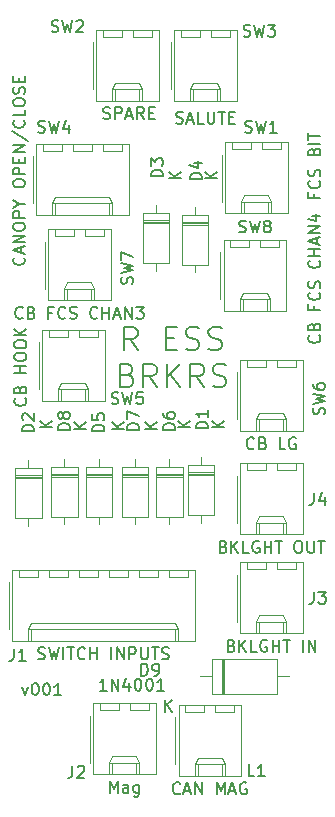
<source format=gbr>
G04 #@! TF.GenerationSoftware,KiCad,Pcbnew,(5.1.5-0-10_14)*
G04 #@! TF.CreationDate,2021-04-18T14:49:03+10:00*
G04 #@! TF.ProjectId,OH - Right Console - 12 -  Canopy Switch Breakers,4f48202d-2052-4696-9768-7420436f6e73,rev?*
G04 #@! TF.SameCoordinates,Original*
G04 #@! TF.FileFunction,Legend,Top*
G04 #@! TF.FilePolarity,Positive*
%FSLAX46Y46*%
G04 Gerber Fmt 4.6, Leading zero omitted, Abs format (unit mm)*
G04 Created by KiCad (PCBNEW (5.1.5-0-10_14)) date 2021-04-18 14:49:03*
%MOMM*%
%LPD*%
G04 APERTURE LIST*
%ADD10C,0.150000*%
%ADD11C,0.120000*%
G04 APERTURE END LIST*
D10*
X88503333Y-145835714D02*
X88741428Y-146502380D01*
X88979523Y-145835714D01*
X89550952Y-145502380D02*
X89646190Y-145502380D01*
X89741428Y-145550000D01*
X89789047Y-145597619D01*
X89836666Y-145692857D01*
X89884285Y-145883333D01*
X89884285Y-146121428D01*
X89836666Y-146311904D01*
X89789047Y-146407142D01*
X89741428Y-146454761D01*
X89646190Y-146502380D01*
X89550952Y-146502380D01*
X89455714Y-146454761D01*
X89408095Y-146407142D01*
X89360476Y-146311904D01*
X89312857Y-146121428D01*
X89312857Y-145883333D01*
X89360476Y-145692857D01*
X89408095Y-145597619D01*
X89455714Y-145550000D01*
X89550952Y-145502380D01*
X90503333Y-145502380D02*
X90598571Y-145502380D01*
X90693809Y-145550000D01*
X90741428Y-145597619D01*
X90789047Y-145692857D01*
X90836666Y-145883333D01*
X90836666Y-146121428D01*
X90789047Y-146311904D01*
X90741428Y-146407142D01*
X90693809Y-146454761D01*
X90598571Y-146502380D01*
X90503333Y-146502380D01*
X90408095Y-146454761D01*
X90360476Y-146407142D01*
X90312857Y-146311904D01*
X90265238Y-146121428D01*
X90265238Y-145883333D01*
X90312857Y-145692857D01*
X90360476Y-145597619D01*
X90408095Y-145550000D01*
X90503333Y-145502380D01*
X91789047Y-146502380D02*
X91217619Y-146502380D01*
X91503333Y-146502380D02*
X91503333Y-145502380D01*
X91408095Y-145645238D01*
X91312857Y-145740476D01*
X91217619Y-145788095D01*
X98266619Y-117312761D02*
X97599952Y-116360380D01*
X97123761Y-117312761D02*
X97123761Y-115312761D01*
X97885666Y-115312761D01*
X98076142Y-115408000D01*
X98171380Y-115503238D01*
X98266619Y-115693714D01*
X98266619Y-115979428D01*
X98171380Y-116169904D01*
X98076142Y-116265142D01*
X97885666Y-116360380D01*
X97123761Y-116360380D01*
X100647571Y-116265142D02*
X101314238Y-116265142D01*
X101599952Y-117312761D02*
X100647571Y-117312761D01*
X100647571Y-115312761D01*
X101599952Y-115312761D01*
X102361857Y-117217523D02*
X102647571Y-117312761D01*
X103123761Y-117312761D01*
X103314238Y-117217523D01*
X103409476Y-117122285D01*
X103504714Y-116931809D01*
X103504714Y-116741333D01*
X103409476Y-116550857D01*
X103314238Y-116455619D01*
X103123761Y-116360380D01*
X102742809Y-116265142D01*
X102552333Y-116169904D01*
X102457095Y-116074666D01*
X102361857Y-115884190D01*
X102361857Y-115693714D01*
X102457095Y-115503238D01*
X102552333Y-115408000D01*
X102742809Y-115312761D01*
X103219000Y-115312761D01*
X103504714Y-115408000D01*
X104266619Y-117217523D02*
X104552333Y-117312761D01*
X105028523Y-117312761D01*
X105219000Y-117217523D01*
X105314238Y-117122285D01*
X105409476Y-116931809D01*
X105409476Y-116741333D01*
X105314238Y-116550857D01*
X105219000Y-116455619D01*
X105028523Y-116360380D01*
X104647571Y-116265142D01*
X104457095Y-116169904D01*
X104361857Y-116074666D01*
X104266619Y-115884190D01*
X104266619Y-115693714D01*
X104361857Y-115503238D01*
X104457095Y-115408000D01*
X104647571Y-115312761D01*
X105123761Y-115312761D01*
X105409476Y-115408000D01*
X97409476Y-119415142D02*
X97695190Y-119510380D01*
X97790428Y-119605619D01*
X97885666Y-119796095D01*
X97885666Y-120081809D01*
X97790428Y-120272285D01*
X97695190Y-120367523D01*
X97504714Y-120462761D01*
X96742809Y-120462761D01*
X96742809Y-118462761D01*
X97409476Y-118462761D01*
X97599952Y-118558000D01*
X97695190Y-118653238D01*
X97790428Y-118843714D01*
X97790428Y-119034190D01*
X97695190Y-119224666D01*
X97599952Y-119319904D01*
X97409476Y-119415142D01*
X96742809Y-119415142D01*
X99885666Y-120462761D02*
X99219000Y-119510380D01*
X98742809Y-120462761D02*
X98742809Y-118462761D01*
X99504714Y-118462761D01*
X99695190Y-118558000D01*
X99790428Y-118653238D01*
X99885666Y-118843714D01*
X99885666Y-119129428D01*
X99790428Y-119319904D01*
X99695190Y-119415142D01*
X99504714Y-119510380D01*
X98742809Y-119510380D01*
X100742809Y-120462761D02*
X100742809Y-118462761D01*
X101885666Y-120462761D02*
X101028523Y-119319904D01*
X101885666Y-118462761D02*
X100742809Y-119605619D01*
X103885666Y-120462761D02*
X103219000Y-119510380D01*
X102742809Y-120462761D02*
X102742809Y-118462761D01*
X103504714Y-118462761D01*
X103695190Y-118558000D01*
X103790428Y-118653238D01*
X103885666Y-118843714D01*
X103885666Y-119129428D01*
X103790428Y-119319904D01*
X103695190Y-119415142D01*
X103504714Y-119510380D01*
X102742809Y-119510380D01*
X104647571Y-120367523D02*
X104933285Y-120462761D01*
X105409476Y-120462761D01*
X105599952Y-120367523D01*
X105695190Y-120272285D01*
X105790428Y-120081809D01*
X105790428Y-119891333D01*
X105695190Y-119700857D01*
X105599952Y-119605619D01*
X105409476Y-119510380D01*
X105028523Y-119415142D01*
X104838047Y-119319904D01*
X104742809Y-119224666D01*
X104647571Y-119034190D01*
X104647571Y-118843714D01*
X104742809Y-118653238D01*
X104838047Y-118558000D01*
X105028523Y-118462761D01*
X105504714Y-118462761D01*
X105790428Y-118558000D01*
D11*
X110274000Y-108568000D02*
X110274000Y-107968000D01*
X108674000Y-108568000D02*
X110274000Y-108568000D01*
X108674000Y-107968000D02*
X108674000Y-108568000D01*
X107734000Y-108568000D02*
X107734000Y-107968000D01*
X106134000Y-108568000D02*
X107734000Y-108568000D01*
X106134000Y-107968000D02*
X106134000Y-108568000D01*
X109224000Y-113988000D02*
X109224000Y-112988000D01*
X107184000Y-113988000D02*
X107184000Y-112988000D01*
X109224000Y-112458000D02*
X109474000Y-112988000D01*
X107184000Y-112458000D02*
X109224000Y-112458000D01*
X106934000Y-112988000D02*
X107184000Y-112458000D01*
X109474000Y-112988000D02*
X109474000Y-113988000D01*
X106934000Y-112988000D02*
X109474000Y-112988000D01*
X106934000Y-113988000D02*
X106934000Y-112988000D01*
X105264000Y-108998000D02*
X105264000Y-112998000D01*
X110854000Y-107968000D02*
X105554000Y-107968000D01*
X110854000Y-113988000D02*
X110854000Y-107968000D01*
X105554000Y-113988000D02*
X110854000Y-113988000D01*
X105554000Y-107968000D02*
X105554000Y-113988000D01*
X95415000Y-107679000D02*
X95415000Y-107079000D01*
X93815000Y-107679000D02*
X95415000Y-107679000D01*
X93815000Y-107079000D02*
X93815000Y-107679000D01*
X92875000Y-107679000D02*
X92875000Y-107079000D01*
X91275000Y-107679000D02*
X92875000Y-107679000D01*
X91275000Y-107079000D02*
X91275000Y-107679000D01*
X94365000Y-113099000D02*
X94365000Y-112099000D01*
X92325000Y-113099000D02*
X92325000Y-112099000D01*
X94365000Y-111569000D02*
X94615000Y-112099000D01*
X92325000Y-111569000D02*
X94365000Y-111569000D01*
X92075000Y-112099000D02*
X92325000Y-111569000D01*
X94615000Y-112099000D02*
X94615000Y-113099000D01*
X92075000Y-112099000D02*
X94615000Y-112099000D01*
X92075000Y-113099000D02*
X92075000Y-112099000D01*
X90405000Y-108109000D02*
X90405000Y-112109000D01*
X95995000Y-107079000D02*
X90695000Y-107079000D01*
X95995000Y-113099000D02*
X95995000Y-107079000D01*
X90695000Y-113099000D02*
X95995000Y-113099000D01*
X90695000Y-107079000D02*
X90695000Y-113099000D01*
X111671000Y-118728000D02*
X111671000Y-118128000D01*
X110071000Y-118728000D02*
X111671000Y-118728000D01*
X110071000Y-118128000D02*
X110071000Y-118728000D01*
X109131000Y-118728000D02*
X109131000Y-118128000D01*
X107531000Y-118728000D02*
X109131000Y-118728000D01*
X107531000Y-118128000D02*
X107531000Y-118728000D01*
X110621000Y-124148000D02*
X110621000Y-123148000D01*
X108581000Y-124148000D02*
X108581000Y-123148000D01*
X110621000Y-122618000D02*
X110871000Y-123148000D01*
X108581000Y-122618000D02*
X110621000Y-122618000D01*
X108331000Y-123148000D02*
X108581000Y-122618000D01*
X110871000Y-123148000D02*
X110871000Y-124148000D01*
X108331000Y-123148000D02*
X110871000Y-123148000D01*
X108331000Y-124148000D02*
X108331000Y-123148000D01*
X106661000Y-119158000D02*
X106661000Y-123158000D01*
X112251000Y-118128000D02*
X106951000Y-118128000D01*
X112251000Y-124148000D02*
X112251000Y-118128000D01*
X106951000Y-124148000D02*
X112251000Y-124148000D01*
X106951000Y-118128000D02*
X106951000Y-124148000D01*
X94907000Y-116188000D02*
X94907000Y-115588000D01*
X93307000Y-116188000D02*
X94907000Y-116188000D01*
X93307000Y-115588000D02*
X93307000Y-116188000D01*
X92367000Y-116188000D02*
X92367000Y-115588000D01*
X90767000Y-116188000D02*
X92367000Y-116188000D01*
X90767000Y-115588000D02*
X90767000Y-116188000D01*
X93857000Y-121608000D02*
X93857000Y-120608000D01*
X91817000Y-121608000D02*
X91817000Y-120608000D01*
X93857000Y-120078000D02*
X94107000Y-120608000D01*
X91817000Y-120078000D02*
X93857000Y-120078000D01*
X91567000Y-120608000D02*
X91817000Y-120078000D01*
X94107000Y-120608000D02*
X94107000Y-121608000D01*
X91567000Y-120608000D02*
X94107000Y-120608000D01*
X91567000Y-121608000D02*
X91567000Y-120608000D01*
X89897000Y-116618000D02*
X89897000Y-120618000D01*
X95487000Y-115588000D02*
X90187000Y-115588000D01*
X95487000Y-121608000D02*
X95487000Y-115588000D01*
X90187000Y-121608000D02*
X95487000Y-121608000D01*
X90187000Y-115588000D02*
X90187000Y-121608000D01*
X96939000Y-100440000D02*
X96939000Y-99840000D01*
X95339000Y-100440000D02*
X96939000Y-100440000D01*
X95339000Y-99840000D02*
X95339000Y-100440000D01*
X94399000Y-100440000D02*
X94399000Y-99840000D01*
X92799000Y-100440000D02*
X94399000Y-100440000D01*
X92799000Y-99840000D02*
X92799000Y-100440000D01*
X91859000Y-100440000D02*
X91859000Y-99840000D01*
X90259000Y-100440000D02*
X91859000Y-100440000D01*
X90259000Y-99840000D02*
X90259000Y-100440000D01*
X95889000Y-105860000D02*
X95889000Y-104860000D01*
X91309000Y-105860000D02*
X91309000Y-104860000D01*
X95889000Y-104330000D02*
X96139000Y-104860000D01*
X91309000Y-104330000D02*
X95889000Y-104330000D01*
X91059000Y-104860000D02*
X91309000Y-104330000D01*
X96139000Y-104860000D02*
X96139000Y-105860000D01*
X91059000Y-104860000D02*
X96139000Y-104860000D01*
X91059000Y-105860000D02*
X91059000Y-104860000D01*
X89389000Y-100870000D02*
X89389000Y-104870000D01*
X97519000Y-99840000D02*
X89679000Y-99840000D01*
X97519000Y-105860000D02*
X97519000Y-99840000D01*
X89679000Y-105860000D02*
X97519000Y-105860000D01*
X89679000Y-99840000D02*
X89679000Y-105860000D01*
X106083000Y-90788000D02*
X106083000Y-90188000D01*
X104483000Y-90788000D02*
X106083000Y-90788000D01*
X104483000Y-90188000D02*
X104483000Y-90788000D01*
X103543000Y-90788000D02*
X103543000Y-90188000D01*
X101943000Y-90788000D02*
X103543000Y-90788000D01*
X101943000Y-90188000D02*
X101943000Y-90788000D01*
X105033000Y-96208000D02*
X105033000Y-95208000D01*
X102993000Y-96208000D02*
X102993000Y-95208000D01*
X105033000Y-94678000D02*
X105283000Y-95208000D01*
X102993000Y-94678000D02*
X105033000Y-94678000D01*
X102743000Y-95208000D02*
X102993000Y-94678000D01*
X105283000Y-95208000D02*
X105283000Y-96208000D01*
X102743000Y-95208000D02*
X105283000Y-95208000D01*
X102743000Y-96208000D02*
X102743000Y-95208000D01*
X101073000Y-91218000D02*
X101073000Y-95218000D01*
X106663000Y-90188000D02*
X101363000Y-90188000D01*
X106663000Y-96208000D02*
X106663000Y-90188000D01*
X101363000Y-96208000D02*
X106663000Y-96208000D01*
X101363000Y-90188000D02*
X101363000Y-96208000D01*
X99479000Y-90788000D02*
X99479000Y-90188000D01*
X97879000Y-90788000D02*
X99479000Y-90788000D01*
X97879000Y-90188000D02*
X97879000Y-90788000D01*
X96939000Y-90788000D02*
X96939000Y-90188000D01*
X95339000Y-90788000D02*
X96939000Y-90788000D01*
X95339000Y-90188000D02*
X95339000Y-90788000D01*
X98429000Y-96208000D02*
X98429000Y-95208000D01*
X96389000Y-96208000D02*
X96389000Y-95208000D01*
X98429000Y-94678000D02*
X98679000Y-95208000D01*
X96389000Y-94678000D02*
X98429000Y-94678000D01*
X96139000Y-95208000D02*
X96389000Y-94678000D01*
X98679000Y-95208000D02*
X98679000Y-96208000D01*
X96139000Y-95208000D02*
X98679000Y-95208000D01*
X96139000Y-96208000D02*
X96139000Y-95208000D01*
X94469000Y-91218000D02*
X94469000Y-95218000D01*
X100059000Y-90188000D02*
X94759000Y-90188000D01*
X100059000Y-96208000D02*
X100059000Y-90188000D01*
X94759000Y-96208000D02*
X100059000Y-96208000D01*
X94759000Y-90188000D02*
X94759000Y-96208000D01*
X110401000Y-100313000D02*
X110401000Y-99713000D01*
X108801000Y-100313000D02*
X110401000Y-100313000D01*
X108801000Y-99713000D02*
X108801000Y-100313000D01*
X107861000Y-100313000D02*
X107861000Y-99713000D01*
X106261000Y-100313000D02*
X107861000Y-100313000D01*
X106261000Y-99713000D02*
X106261000Y-100313000D01*
X109351000Y-105733000D02*
X109351000Y-104733000D01*
X107311000Y-105733000D02*
X107311000Y-104733000D01*
X109351000Y-104203000D02*
X109601000Y-104733000D01*
X107311000Y-104203000D02*
X109351000Y-104203000D01*
X107061000Y-104733000D02*
X107311000Y-104203000D01*
X109601000Y-104733000D02*
X109601000Y-105733000D01*
X107061000Y-104733000D02*
X109601000Y-104733000D01*
X107061000Y-105733000D02*
X107061000Y-104733000D01*
X105391000Y-100743000D02*
X105391000Y-104743000D01*
X110981000Y-99713000D02*
X105681000Y-99713000D01*
X110981000Y-105733000D02*
X110981000Y-99713000D01*
X105681000Y-105733000D02*
X110981000Y-105733000D01*
X105681000Y-99713000D02*
X105681000Y-105733000D01*
X106464000Y-147938000D02*
X106464000Y-147338000D01*
X104864000Y-147938000D02*
X106464000Y-147938000D01*
X104864000Y-147338000D02*
X104864000Y-147938000D01*
X103924000Y-147938000D02*
X103924000Y-147338000D01*
X102324000Y-147938000D02*
X103924000Y-147938000D01*
X102324000Y-147338000D02*
X102324000Y-147938000D01*
X105414000Y-153358000D02*
X105414000Y-152358000D01*
X103374000Y-153358000D02*
X103374000Y-152358000D01*
X105414000Y-151828000D02*
X105664000Y-152358000D01*
X103374000Y-151828000D02*
X105414000Y-151828000D01*
X103124000Y-152358000D02*
X103374000Y-151828000D01*
X105664000Y-152358000D02*
X105664000Y-153358000D01*
X103124000Y-152358000D02*
X105664000Y-152358000D01*
X103124000Y-153358000D02*
X103124000Y-152358000D01*
X101454000Y-148368000D02*
X101454000Y-152368000D01*
X107044000Y-147338000D02*
X101744000Y-147338000D01*
X107044000Y-153358000D02*
X107044000Y-147338000D01*
X101744000Y-153358000D02*
X107044000Y-153358000D01*
X101744000Y-147338000D02*
X101744000Y-153358000D01*
X111671000Y-127491000D02*
X111671000Y-126891000D01*
X110071000Y-127491000D02*
X111671000Y-127491000D01*
X110071000Y-126891000D02*
X110071000Y-127491000D01*
X109131000Y-127491000D02*
X109131000Y-126891000D01*
X107531000Y-127491000D02*
X109131000Y-127491000D01*
X107531000Y-126891000D02*
X107531000Y-127491000D01*
X110621000Y-132911000D02*
X110621000Y-131911000D01*
X108581000Y-132911000D02*
X108581000Y-131911000D01*
X110621000Y-131381000D02*
X110871000Y-131911000D01*
X108581000Y-131381000D02*
X110621000Y-131381000D01*
X108331000Y-131911000D02*
X108581000Y-131381000D01*
X110871000Y-131911000D02*
X110871000Y-132911000D01*
X108331000Y-131911000D02*
X110871000Y-131911000D01*
X108331000Y-132911000D02*
X108331000Y-131911000D01*
X106661000Y-127921000D02*
X106661000Y-131921000D01*
X112251000Y-126891000D02*
X106951000Y-126891000D01*
X112251000Y-132911000D02*
X112251000Y-126891000D01*
X106951000Y-132911000D02*
X112251000Y-132911000D01*
X106951000Y-126891000D02*
X106951000Y-132911000D01*
X111671000Y-135873000D02*
X111671000Y-135273000D01*
X110071000Y-135873000D02*
X111671000Y-135873000D01*
X110071000Y-135273000D02*
X110071000Y-135873000D01*
X109131000Y-135873000D02*
X109131000Y-135273000D01*
X107531000Y-135873000D02*
X109131000Y-135873000D01*
X107531000Y-135273000D02*
X107531000Y-135873000D01*
X110621000Y-141293000D02*
X110621000Y-140293000D01*
X108581000Y-141293000D02*
X108581000Y-140293000D01*
X110621000Y-139763000D02*
X110871000Y-140293000D01*
X108581000Y-139763000D02*
X110621000Y-139763000D01*
X108331000Y-140293000D02*
X108581000Y-139763000D01*
X110871000Y-140293000D02*
X110871000Y-141293000D01*
X108331000Y-140293000D02*
X110871000Y-140293000D01*
X108331000Y-141293000D02*
X108331000Y-140293000D01*
X106661000Y-136303000D02*
X106661000Y-140303000D01*
X112251000Y-135273000D02*
X106951000Y-135273000D01*
X112251000Y-141293000D02*
X112251000Y-135273000D01*
X106951000Y-141293000D02*
X112251000Y-141293000D01*
X106951000Y-135273000D02*
X106951000Y-141293000D01*
X99225000Y-147811000D02*
X99225000Y-147211000D01*
X97625000Y-147811000D02*
X99225000Y-147811000D01*
X97625000Y-147211000D02*
X97625000Y-147811000D01*
X96685000Y-147811000D02*
X96685000Y-147211000D01*
X95085000Y-147811000D02*
X96685000Y-147811000D01*
X95085000Y-147211000D02*
X95085000Y-147811000D01*
X98175000Y-153231000D02*
X98175000Y-152231000D01*
X96135000Y-153231000D02*
X96135000Y-152231000D01*
X98175000Y-151701000D02*
X98425000Y-152231000D01*
X96135000Y-151701000D02*
X98175000Y-151701000D01*
X95885000Y-152231000D02*
X96135000Y-151701000D01*
X98425000Y-152231000D02*
X98425000Y-153231000D01*
X95885000Y-152231000D02*
X98425000Y-152231000D01*
X95885000Y-153231000D02*
X95885000Y-152231000D01*
X94215000Y-148241000D02*
X94215000Y-152241000D01*
X99805000Y-147211000D02*
X94505000Y-147211000D01*
X99805000Y-153231000D02*
X99805000Y-147211000D01*
X94505000Y-153231000D02*
X99805000Y-153231000D01*
X94505000Y-147211000D02*
X94505000Y-153231000D01*
X102527000Y-136508000D02*
X102527000Y-135908000D01*
X100927000Y-136508000D02*
X102527000Y-136508000D01*
X100927000Y-135908000D02*
X100927000Y-136508000D01*
X99987000Y-136508000D02*
X99987000Y-135908000D01*
X98387000Y-136508000D02*
X99987000Y-136508000D01*
X98387000Y-135908000D02*
X98387000Y-136508000D01*
X97447000Y-136508000D02*
X97447000Y-135908000D01*
X95847000Y-136508000D02*
X97447000Y-136508000D01*
X95847000Y-135908000D02*
X95847000Y-136508000D01*
X94907000Y-136508000D02*
X94907000Y-135908000D01*
X93307000Y-136508000D02*
X94907000Y-136508000D01*
X93307000Y-135908000D02*
X93307000Y-136508000D01*
X92367000Y-136508000D02*
X92367000Y-135908000D01*
X90767000Y-136508000D02*
X92367000Y-136508000D01*
X90767000Y-135908000D02*
X90767000Y-136508000D01*
X89827000Y-136508000D02*
X89827000Y-135908000D01*
X88227000Y-136508000D02*
X89827000Y-136508000D01*
X88227000Y-135908000D02*
X88227000Y-136508000D01*
X101477000Y-141928000D02*
X101477000Y-140928000D01*
X89277000Y-141928000D02*
X89277000Y-140928000D01*
X101477000Y-140398000D02*
X101727000Y-140928000D01*
X89277000Y-140398000D02*
X101477000Y-140398000D01*
X89027000Y-140928000D02*
X89277000Y-140398000D01*
X101727000Y-140928000D02*
X101727000Y-141928000D01*
X89027000Y-140928000D02*
X101727000Y-140928000D01*
X89027000Y-141928000D02*
X89027000Y-140928000D01*
X87357000Y-136938000D02*
X87357000Y-140938000D01*
X103107000Y-135908000D02*
X87647000Y-135908000D01*
X103107000Y-141928000D02*
X103107000Y-135908000D01*
X87647000Y-141928000D02*
X103107000Y-141928000D01*
X87647000Y-135908000D02*
X87647000Y-141928000D01*
X105375000Y-143437000D02*
X105375000Y-146377000D01*
X105615000Y-143437000D02*
X105615000Y-146377000D01*
X105495000Y-143437000D02*
X105495000Y-146377000D01*
X111055000Y-144907000D02*
X110035000Y-144907000D01*
X103575000Y-144907000D02*
X104595000Y-144907000D01*
X110035000Y-143437000D02*
X104595000Y-143437000D01*
X110035000Y-146377000D02*
X110035000Y-143437000D01*
X104595000Y-146377000D02*
X110035000Y-146377000D01*
X104595000Y-143437000D02*
X104595000Y-146377000D01*
X93195000Y-127766000D02*
X90955000Y-127766000D01*
X93195000Y-128006000D02*
X90955000Y-128006000D01*
X93195000Y-127886000D02*
X90955000Y-127886000D01*
X92075000Y-132056000D02*
X92075000Y-131406000D01*
X92075000Y-126516000D02*
X92075000Y-127166000D01*
X93195000Y-131406000D02*
X93195000Y-127166000D01*
X90955000Y-131406000D02*
X93195000Y-131406000D01*
X90955000Y-127166000D02*
X90955000Y-131406000D01*
X93195000Y-127166000D02*
X90955000Y-127166000D01*
X99164000Y-127766000D02*
X96924000Y-127766000D01*
X99164000Y-128006000D02*
X96924000Y-128006000D01*
X99164000Y-127886000D02*
X96924000Y-127886000D01*
X98044000Y-132056000D02*
X98044000Y-131406000D01*
X98044000Y-126516000D02*
X98044000Y-127166000D01*
X99164000Y-131406000D02*
X99164000Y-127166000D01*
X96924000Y-131406000D02*
X99164000Y-131406000D01*
X96924000Y-127166000D02*
X96924000Y-131406000D01*
X99164000Y-127166000D02*
X96924000Y-127166000D01*
X102085000Y-127766000D02*
X99845000Y-127766000D01*
X102085000Y-128006000D02*
X99845000Y-128006000D01*
X102085000Y-127886000D02*
X99845000Y-127886000D01*
X100965000Y-132056000D02*
X100965000Y-131406000D01*
X100965000Y-126516000D02*
X100965000Y-127166000D01*
X102085000Y-131406000D02*
X102085000Y-127166000D01*
X99845000Y-131406000D02*
X102085000Y-131406000D01*
X99845000Y-127166000D02*
X99845000Y-131406000D01*
X102085000Y-127166000D02*
X99845000Y-127166000D01*
X96116000Y-127766000D02*
X93876000Y-127766000D01*
X96116000Y-128006000D02*
X93876000Y-128006000D01*
X96116000Y-127886000D02*
X93876000Y-127886000D01*
X94996000Y-132056000D02*
X94996000Y-131406000D01*
X94996000Y-126516000D02*
X94996000Y-127166000D01*
X96116000Y-131406000D02*
X96116000Y-127166000D01*
X93876000Y-131406000D02*
X96116000Y-131406000D01*
X93876000Y-127166000D02*
X93876000Y-131406000D01*
X96116000Y-127166000D02*
X93876000Y-127166000D01*
X104244000Y-106430000D02*
X102004000Y-106430000D01*
X104244000Y-106670000D02*
X102004000Y-106670000D01*
X104244000Y-106550000D02*
X102004000Y-106550000D01*
X103124000Y-110720000D02*
X103124000Y-110070000D01*
X103124000Y-105180000D02*
X103124000Y-105830000D01*
X104244000Y-110070000D02*
X104244000Y-105830000D01*
X102004000Y-110070000D02*
X104244000Y-110070000D01*
X102004000Y-105830000D02*
X102004000Y-110070000D01*
X104244000Y-105830000D02*
X102004000Y-105830000D01*
X100942000Y-106303000D02*
X98702000Y-106303000D01*
X100942000Y-106543000D02*
X98702000Y-106543000D01*
X100942000Y-106423000D02*
X98702000Y-106423000D01*
X99822000Y-110593000D02*
X99822000Y-109943000D01*
X99822000Y-105053000D02*
X99822000Y-105703000D01*
X100942000Y-109943000D02*
X100942000Y-105703000D01*
X98702000Y-109943000D02*
X100942000Y-109943000D01*
X98702000Y-105703000D02*
X98702000Y-109943000D01*
X100942000Y-105703000D02*
X98702000Y-105703000D01*
X90147000Y-127893000D02*
X87907000Y-127893000D01*
X90147000Y-128133000D02*
X87907000Y-128133000D01*
X90147000Y-128013000D02*
X87907000Y-128013000D01*
X89027000Y-132183000D02*
X89027000Y-131533000D01*
X89027000Y-126643000D02*
X89027000Y-127293000D01*
X90147000Y-131533000D02*
X90147000Y-127293000D01*
X87907000Y-131533000D02*
X90147000Y-131533000D01*
X87907000Y-127293000D02*
X87907000Y-131533000D01*
X90147000Y-127293000D02*
X87907000Y-127293000D01*
X104752000Y-127639000D02*
X102512000Y-127639000D01*
X104752000Y-127879000D02*
X102512000Y-127879000D01*
X104752000Y-127759000D02*
X102512000Y-127759000D01*
X103632000Y-131929000D02*
X103632000Y-131279000D01*
X103632000Y-126389000D02*
X103632000Y-127039000D01*
X104752000Y-131279000D02*
X104752000Y-127039000D01*
X102512000Y-131279000D02*
X104752000Y-131279000D01*
X102512000Y-127039000D02*
X102512000Y-131279000D01*
X104752000Y-127039000D02*
X102512000Y-127039000D01*
D10*
X106870666Y-107282761D02*
X107013523Y-107330380D01*
X107251619Y-107330380D01*
X107346857Y-107282761D01*
X107394476Y-107235142D01*
X107442095Y-107139904D01*
X107442095Y-107044666D01*
X107394476Y-106949428D01*
X107346857Y-106901809D01*
X107251619Y-106854190D01*
X107061142Y-106806571D01*
X106965904Y-106758952D01*
X106918285Y-106711333D01*
X106870666Y-106616095D01*
X106870666Y-106520857D01*
X106918285Y-106425619D01*
X106965904Y-106378000D01*
X107061142Y-106330380D01*
X107299238Y-106330380D01*
X107442095Y-106378000D01*
X107775428Y-106330380D02*
X108013523Y-107330380D01*
X108204000Y-106616095D01*
X108394476Y-107330380D01*
X108632571Y-106330380D01*
X109156380Y-106758952D02*
X109061142Y-106711333D01*
X109013523Y-106663714D01*
X108965904Y-106568476D01*
X108965904Y-106520857D01*
X109013523Y-106425619D01*
X109061142Y-106378000D01*
X109156380Y-106330380D01*
X109346857Y-106330380D01*
X109442095Y-106378000D01*
X109489714Y-106425619D01*
X109537333Y-106520857D01*
X109537333Y-106568476D01*
X109489714Y-106663714D01*
X109442095Y-106711333D01*
X109346857Y-106758952D01*
X109156380Y-106758952D01*
X109061142Y-106806571D01*
X109013523Y-106854190D01*
X108965904Y-106949428D01*
X108965904Y-107139904D01*
X109013523Y-107235142D01*
X109061142Y-107282761D01*
X109156380Y-107330380D01*
X109346857Y-107330380D01*
X109442095Y-107282761D01*
X109489714Y-107235142D01*
X109537333Y-107139904D01*
X109537333Y-106949428D01*
X109489714Y-106854190D01*
X109442095Y-106806571D01*
X109346857Y-106758952D01*
X113641142Y-116061523D02*
X113688761Y-116109142D01*
X113736380Y-116252000D01*
X113736380Y-116347238D01*
X113688761Y-116490095D01*
X113593523Y-116585333D01*
X113498285Y-116632952D01*
X113307809Y-116680571D01*
X113164952Y-116680571D01*
X112974476Y-116632952D01*
X112879238Y-116585333D01*
X112784000Y-116490095D01*
X112736380Y-116347238D01*
X112736380Y-116252000D01*
X112784000Y-116109142D01*
X112831619Y-116061523D01*
X113212571Y-115299619D02*
X113260190Y-115156761D01*
X113307809Y-115109142D01*
X113403047Y-115061523D01*
X113545904Y-115061523D01*
X113641142Y-115109142D01*
X113688761Y-115156761D01*
X113736380Y-115252000D01*
X113736380Y-115632952D01*
X112736380Y-115632952D01*
X112736380Y-115299619D01*
X112784000Y-115204380D01*
X112831619Y-115156761D01*
X112926857Y-115109142D01*
X113022095Y-115109142D01*
X113117333Y-115156761D01*
X113164952Y-115204380D01*
X113212571Y-115299619D01*
X113212571Y-115632952D01*
X113212571Y-113537714D02*
X113212571Y-113871047D01*
X113736380Y-113871047D02*
X112736380Y-113871047D01*
X112736380Y-113394857D01*
X113641142Y-112442476D02*
X113688761Y-112490095D01*
X113736380Y-112632952D01*
X113736380Y-112728190D01*
X113688761Y-112871047D01*
X113593523Y-112966285D01*
X113498285Y-113013904D01*
X113307809Y-113061523D01*
X113164952Y-113061523D01*
X112974476Y-113013904D01*
X112879238Y-112966285D01*
X112784000Y-112871047D01*
X112736380Y-112728190D01*
X112736380Y-112632952D01*
X112784000Y-112490095D01*
X112831619Y-112442476D01*
X113688761Y-112061523D02*
X113736380Y-111918666D01*
X113736380Y-111680571D01*
X113688761Y-111585333D01*
X113641142Y-111537714D01*
X113545904Y-111490095D01*
X113450666Y-111490095D01*
X113355428Y-111537714D01*
X113307809Y-111585333D01*
X113260190Y-111680571D01*
X113212571Y-111871047D01*
X113164952Y-111966285D01*
X113117333Y-112013904D01*
X113022095Y-112061523D01*
X112926857Y-112061523D01*
X112831619Y-112013904D01*
X112784000Y-111966285D01*
X112736380Y-111871047D01*
X112736380Y-111632952D01*
X112784000Y-111490095D01*
X113641142Y-109728190D02*
X113688761Y-109775809D01*
X113736380Y-109918666D01*
X113736380Y-110013904D01*
X113688761Y-110156761D01*
X113593523Y-110252000D01*
X113498285Y-110299619D01*
X113307809Y-110347238D01*
X113164952Y-110347238D01*
X112974476Y-110299619D01*
X112879238Y-110252000D01*
X112784000Y-110156761D01*
X112736380Y-110013904D01*
X112736380Y-109918666D01*
X112784000Y-109775809D01*
X112831619Y-109728190D01*
X113736380Y-109299619D02*
X112736380Y-109299619D01*
X113212571Y-109299619D02*
X113212571Y-108728190D01*
X113736380Y-108728190D02*
X112736380Y-108728190D01*
X113450666Y-108299619D02*
X113450666Y-107823428D01*
X113736380Y-108394857D02*
X112736380Y-108061523D01*
X113736380Y-107728190D01*
X113736380Y-107394857D02*
X112736380Y-107394857D01*
X113736380Y-106823428D01*
X112736380Y-106823428D01*
X113069714Y-105918666D02*
X113736380Y-105918666D01*
X112688761Y-106156761D02*
X113403047Y-106394857D01*
X113403047Y-105775809D01*
X97813761Y-111696333D02*
X97861380Y-111553476D01*
X97861380Y-111315380D01*
X97813761Y-111220142D01*
X97766142Y-111172523D01*
X97670904Y-111124904D01*
X97575666Y-111124904D01*
X97480428Y-111172523D01*
X97432809Y-111220142D01*
X97385190Y-111315380D01*
X97337571Y-111505857D01*
X97289952Y-111601095D01*
X97242333Y-111648714D01*
X97147095Y-111696333D01*
X97051857Y-111696333D01*
X96956619Y-111648714D01*
X96909000Y-111601095D01*
X96861380Y-111505857D01*
X96861380Y-111267761D01*
X96909000Y-111124904D01*
X96861380Y-110791571D02*
X97861380Y-110553476D01*
X97147095Y-110363000D01*
X97861380Y-110172523D01*
X96861380Y-109934428D01*
X96861380Y-109648714D02*
X96861380Y-108982047D01*
X97861380Y-109410619D01*
X88535476Y-114546142D02*
X88487857Y-114593761D01*
X88345000Y-114641380D01*
X88249761Y-114641380D01*
X88106904Y-114593761D01*
X88011666Y-114498523D01*
X87964047Y-114403285D01*
X87916428Y-114212809D01*
X87916428Y-114069952D01*
X87964047Y-113879476D01*
X88011666Y-113784238D01*
X88106904Y-113689000D01*
X88249761Y-113641380D01*
X88345000Y-113641380D01*
X88487857Y-113689000D01*
X88535476Y-113736619D01*
X89297380Y-114117571D02*
X89440238Y-114165190D01*
X89487857Y-114212809D01*
X89535476Y-114308047D01*
X89535476Y-114450904D01*
X89487857Y-114546142D01*
X89440238Y-114593761D01*
X89345000Y-114641380D01*
X88964047Y-114641380D01*
X88964047Y-113641380D01*
X89297380Y-113641380D01*
X89392619Y-113689000D01*
X89440238Y-113736619D01*
X89487857Y-113831857D01*
X89487857Y-113927095D01*
X89440238Y-114022333D01*
X89392619Y-114069952D01*
X89297380Y-114117571D01*
X88964047Y-114117571D01*
X91059285Y-114117571D02*
X90725952Y-114117571D01*
X90725952Y-114641380D02*
X90725952Y-113641380D01*
X91202142Y-113641380D01*
X92154523Y-114546142D02*
X92106904Y-114593761D01*
X91964047Y-114641380D01*
X91868809Y-114641380D01*
X91725952Y-114593761D01*
X91630714Y-114498523D01*
X91583095Y-114403285D01*
X91535476Y-114212809D01*
X91535476Y-114069952D01*
X91583095Y-113879476D01*
X91630714Y-113784238D01*
X91725952Y-113689000D01*
X91868809Y-113641380D01*
X91964047Y-113641380D01*
X92106904Y-113689000D01*
X92154523Y-113736619D01*
X92535476Y-114593761D02*
X92678333Y-114641380D01*
X92916428Y-114641380D01*
X93011666Y-114593761D01*
X93059285Y-114546142D01*
X93106904Y-114450904D01*
X93106904Y-114355666D01*
X93059285Y-114260428D01*
X93011666Y-114212809D01*
X92916428Y-114165190D01*
X92725952Y-114117571D01*
X92630714Y-114069952D01*
X92583095Y-114022333D01*
X92535476Y-113927095D01*
X92535476Y-113831857D01*
X92583095Y-113736619D01*
X92630714Y-113689000D01*
X92725952Y-113641380D01*
X92964047Y-113641380D01*
X93106904Y-113689000D01*
X94868809Y-114546142D02*
X94821190Y-114593761D01*
X94678333Y-114641380D01*
X94583095Y-114641380D01*
X94440238Y-114593761D01*
X94345000Y-114498523D01*
X94297380Y-114403285D01*
X94249761Y-114212809D01*
X94249761Y-114069952D01*
X94297380Y-113879476D01*
X94345000Y-113784238D01*
X94440238Y-113689000D01*
X94583095Y-113641380D01*
X94678333Y-113641380D01*
X94821190Y-113689000D01*
X94868809Y-113736619D01*
X95297380Y-114641380D02*
X95297380Y-113641380D01*
X95297380Y-114117571D02*
X95868809Y-114117571D01*
X95868809Y-114641380D02*
X95868809Y-113641380D01*
X96297380Y-114355666D02*
X96773571Y-114355666D01*
X96202142Y-114641380D02*
X96535476Y-113641380D01*
X96868809Y-114641380D01*
X97202142Y-114641380D02*
X97202142Y-113641380D01*
X97773571Y-114641380D01*
X97773571Y-113641380D01*
X98154523Y-113641380D02*
X98773571Y-113641380D01*
X98440238Y-114022333D01*
X98583095Y-114022333D01*
X98678333Y-114069952D01*
X98725952Y-114117571D01*
X98773571Y-114212809D01*
X98773571Y-114450904D01*
X98725952Y-114546142D01*
X98678333Y-114593761D01*
X98583095Y-114641380D01*
X98297380Y-114641380D01*
X98202142Y-114593761D01*
X98154523Y-114546142D01*
X114069761Y-122745333D02*
X114117380Y-122602476D01*
X114117380Y-122364380D01*
X114069761Y-122269142D01*
X114022142Y-122221523D01*
X113926904Y-122173904D01*
X113831666Y-122173904D01*
X113736428Y-122221523D01*
X113688809Y-122269142D01*
X113641190Y-122364380D01*
X113593571Y-122554857D01*
X113545952Y-122650095D01*
X113498333Y-122697714D01*
X113403095Y-122745333D01*
X113307857Y-122745333D01*
X113212619Y-122697714D01*
X113165000Y-122650095D01*
X113117380Y-122554857D01*
X113117380Y-122316761D01*
X113165000Y-122173904D01*
X113117380Y-121840571D02*
X114117380Y-121602476D01*
X113403095Y-121412000D01*
X114117380Y-121221523D01*
X113117380Y-120983428D01*
X113117380Y-120173904D02*
X113117380Y-120364380D01*
X113165000Y-120459619D01*
X113212619Y-120507238D01*
X113355476Y-120602476D01*
X113545952Y-120650095D01*
X113926904Y-120650095D01*
X114022142Y-120602476D01*
X114069761Y-120554857D01*
X114117380Y-120459619D01*
X114117380Y-120269142D01*
X114069761Y-120173904D01*
X114022142Y-120126285D01*
X113926904Y-120078666D01*
X113688809Y-120078666D01*
X113593571Y-120126285D01*
X113545952Y-120173904D01*
X113498333Y-120269142D01*
X113498333Y-120459619D01*
X113545952Y-120554857D01*
X113593571Y-120602476D01*
X113688809Y-120650095D01*
X108124809Y-125595142D02*
X108077190Y-125642761D01*
X107934333Y-125690380D01*
X107839095Y-125690380D01*
X107696238Y-125642761D01*
X107601000Y-125547523D01*
X107553380Y-125452285D01*
X107505761Y-125261809D01*
X107505761Y-125118952D01*
X107553380Y-124928476D01*
X107601000Y-124833238D01*
X107696238Y-124738000D01*
X107839095Y-124690380D01*
X107934333Y-124690380D01*
X108077190Y-124738000D01*
X108124809Y-124785619D01*
X108886714Y-125166571D02*
X109029571Y-125214190D01*
X109077190Y-125261809D01*
X109124809Y-125357047D01*
X109124809Y-125499904D01*
X109077190Y-125595142D01*
X109029571Y-125642761D01*
X108934333Y-125690380D01*
X108553380Y-125690380D01*
X108553380Y-124690380D01*
X108886714Y-124690380D01*
X108981952Y-124738000D01*
X109029571Y-124785619D01*
X109077190Y-124880857D01*
X109077190Y-124976095D01*
X109029571Y-125071333D01*
X108981952Y-125118952D01*
X108886714Y-125166571D01*
X108553380Y-125166571D01*
X110791476Y-125690380D02*
X110315285Y-125690380D01*
X110315285Y-124690380D01*
X111648619Y-124738000D02*
X111553380Y-124690380D01*
X111410523Y-124690380D01*
X111267666Y-124738000D01*
X111172428Y-124833238D01*
X111124809Y-124928476D01*
X111077190Y-125118952D01*
X111077190Y-125261809D01*
X111124809Y-125452285D01*
X111172428Y-125547523D01*
X111267666Y-125642761D01*
X111410523Y-125690380D01*
X111505761Y-125690380D01*
X111648619Y-125642761D01*
X111696238Y-125595142D01*
X111696238Y-125261809D01*
X111505761Y-125261809D01*
X96075666Y-121816761D02*
X96218523Y-121864380D01*
X96456619Y-121864380D01*
X96551857Y-121816761D01*
X96599476Y-121769142D01*
X96647095Y-121673904D01*
X96647095Y-121578666D01*
X96599476Y-121483428D01*
X96551857Y-121435809D01*
X96456619Y-121388190D01*
X96266142Y-121340571D01*
X96170904Y-121292952D01*
X96123285Y-121245333D01*
X96075666Y-121150095D01*
X96075666Y-121054857D01*
X96123285Y-120959619D01*
X96170904Y-120912000D01*
X96266142Y-120864380D01*
X96504238Y-120864380D01*
X96647095Y-120912000D01*
X96980428Y-120864380D02*
X97218523Y-121864380D01*
X97409000Y-121150095D01*
X97599476Y-121864380D01*
X97837571Y-120864380D01*
X98694714Y-120864380D02*
X98218523Y-120864380D01*
X98170904Y-121340571D01*
X98218523Y-121292952D01*
X98313761Y-121245333D01*
X98551857Y-121245333D01*
X98647095Y-121292952D01*
X98694714Y-121340571D01*
X98742333Y-121435809D01*
X98742333Y-121673904D01*
X98694714Y-121769142D01*
X98647095Y-121816761D01*
X98551857Y-121864380D01*
X98313761Y-121864380D01*
X98218523Y-121816761D01*
X98170904Y-121769142D01*
X88749142Y-121387857D02*
X88796761Y-121435476D01*
X88844380Y-121578333D01*
X88844380Y-121673571D01*
X88796761Y-121816428D01*
X88701523Y-121911666D01*
X88606285Y-121959285D01*
X88415809Y-122006904D01*
X88272952Y-122006904D01*
X88082476Y-121959285D01*
X87987238Y-121911666D01*
X87892000Y-121816428D01*
X87844380Y-121673571D01*
X87844380Y-121578333D01*
X87892000Y-121435476D01*
X87939619Y-121387857D01*
X88320571Y-120625952D02*
X88368190Y-120483095D01*
X88415809Y-120435476D01*
X88511047Y-120387857D01*
X88653904Y-120387857D01*
X88749142Y-120435476D01*
X88796761Y-120483095D01*
X88844380Y-120578333D01*
X88844380Y-120959285D01*
X87844380Y-120959285D01*
X87844380Y-120625952D01*
X87892000Y-120530714D01*
X87939619Y-120483095D01*
X88034857Y-120435476D01*
X88130095Y-120435476D01*
X88225333Y-120483095D01*
X88272952Y-120530714D01*
X88320571Y-120625952D01*
X88320571Y-120959285D01*
X88844380Y-119197380D02*
X87844380Y-119197380D01*
X88320571Y-119197380D02*
X88320571Y-118625952D01*
X88844380Y-118625952D02*
X87844380Y-118625952D01*
X87844380Y-117959285D02*
X87844380Y-117768809D01*
X87892000Y-117673571D01*
X87987238Y-117578333D01*
X88177714Y-117530714D01*
X88511047Y-117530714D01*
X88701523Y-117578333D01*
X88796761Y-117673571D01*
X88844380Y-117768809D01*
X88844380Y-117959285D01*
X88796761Y-118054523D01*
X88701523Y-118149761D01*
X88511047Y-118197380D01*
X88177714Y-118197380D01*
X87987238Y-118149761D01*
X87892000Y-118054523D01*
X87844380Y-117959285D01*
X87844380Y-116911666D02*
X87844380Y-116721190D01*
X87892000Y-116625952D01*
X87987238Y-116530714D01*
X88177714Y-116483095D01*
X88511047Y-116483095D01*
X88701523Y-116530714D01*
X88796761Y-116625952D01*
X88844380Y-116721190D01*
X88844380Y-116911666D01*
X88796761Y-117006904D01*
X88701523Y-117102142D01*
X88511047Y-117149761D01*
X88177714Y-117149761D01*
X87987238Y-117102142D01*
X87892000Y-117006904D01*
X87844380Y-116911666D01*
X88844380Y-116054523D02*
X87844380Y-116054523D01*
X88844380Y-115483095D02*
X88272952Y-115911666D01*
X87844380Y-115483095D02*
X88415809Y-116054523D01*
X89852666Y-98829761D02*
X89995523Y-98877380D01*
X90233619Y-98877380D01*
X90328857Y-98829761D01*
X90376476Y-98782142D01*
X90424095Y-98686904D01*
X90424095Y-98591666D01*
X90376476Y-98496428D01*
X90328857Y-98448809D01*
X90233619Y-98401190D01*
X90043142Y-98353571D01*
X89947904Y-98305952D01*
X89900285Y-98258333D01*
X89852666Y-98163095D01*
X89852666Y-98067857D01*
X89900285Y-97972619D01*
X89947904Y-97925000D01*
X90043142Y-97877380D01*
X90281238Y-97877380D01*
X90424095Y-97925000D01*
X90757428Y-97877380D02*
X90995523Y-98877380D01*
X91186000Y-98163095D01*
X91376476Y-98877380D01*
X91614571Y-97877380D01*
X92424095Y-98210714D02*
X92424095Y-98877380D01*
X92186000Y-97829761D02*
X91947904Y-98544047D01*
X92566952Y-98544047D01*
X88622142Y-109465142D02*
X88669761Y-109512761D01*
X88717380Y-109655619D01*
X88717380Y-109750857D01*
X88669761Y-109893714D01*
X88574523Y-109988952D01*
X88479285Y-110036571D01*
X88288809Y-110084190D01*
X88145952Y-110084190D01*
X87955476Y-110036571D01*
X87860238Y-109988952D01*
X87765000Y-109893714D01*
X87717380Y-109750857D01*
X87717380Y-109655619D01*
X87765000Y-109512761D01*
X87812619Y-109465142D01*
X88431666Y-109084190D02*
X88431666Y-108608000D01*
X88717380Y-109179428D02*
X87717380Y-108846095D01*
X88717380Y-108512761D01*
X88717380Y-108179428D02*
X87717380Y-108179428D01*
X88717380Y-107608000D01*
X87717380Y-107608000D01*
X87717380Y-106941333D02*
X87717380Y-106750857D01*
X87765000Y-106655619D01*
X87860238Y-106560380D01*
X88050714Y-106512761D01*
X88384047Y-106512761D01*
X88574523Y-106560380D01*
X88669761Y-106655619D01*
X88717380Y-106750857D01*
X88717380Y-106941333D01*
X88669761Y-107036571D01*
X88574523Y-107131809D01*
X88384047Y-107179428D01*
X88050714Y-107179428D01*
X87860238Y-107131809D01*
X87765000Y-107036571D01*
X87717380Y-106941333D01*
X88717380Y-106084190D02*
X87717380Y-106084190D01*
X87717380Y-105703238D01*
X87765000Y-105608000D01*
X87812619Y-105560380D01*
X87907857Y-105512761D01*
X88050714Y-105512761D01*
X88145952Y-105560380D01*
X88193571Y-105608000D01*
X88241190Y-105703238D01*
X88241190Y-106084190D01*
X88241190Y-104893714D02*
X88717380Y-104893714D01*
X87717380Y-105227047D02*
X88241190Y-104893714D01*
X87717380Y-104560380D01*
X87717380Y-103274666D02*
X87717380Y-103084190D01*
X87765000Y-102988952D01*
X87860238Y-102893714D01*
X88050714Y-102846095D01*
X88384047Y-102846095D01*
X88574523Y-102893714D01*
X88669761Y-102988952D01*
X88717380Y-103084190D01*
X88717380Y-103274666D01*
X88669761Y-103369904D01*
X88574523Y-103465142D01*
X88384047Y-103512761D01*
X88050714Y-103512761D01*
X87860238Y-103465142D01*
X87765000Y-103369904D01*
X87717380Y-103274666D01*
X88717380Y-102417523D02*
X87717380Y-102417523D01*
X87717380Y-102036571D01*
X87765000Y-101941333D01*
X87812619Y-101893714D01*
X87907857Y-101846095D01*
X88050714Y-101846095D01*
X88145952Y-101893714D01*
X88193571Y-101941333D01*
X88241190Y-102036571D01*
X88241190Y-102417523D01*
X88193571Y-101417523D02*
X88193571Y-101084190D01*
X88717380Y-100941333D02*
X88717380Y-101417523D01*
X87717380Y-101417523D01*
X87717380Y-100941333D01*
X88717380Y-100512761D02*
X87717380Y-100512761D01*
X88717380Y-99941333D01*
X87717380Y-99941333D01*
X87669761Y-98750857D02*
X88955476Y-99608000D01*
X88622142Y-97846095D02*
X88669761Y-97893714D01*
X88717380Y-98036571D01*
X88717380Y-98131809D01*
X88669761Y-98274666D01*
X88574523Y-98369904D01*
X88479285Y-98417523D01*
X88288809Y-98465142D01*
X88145952Y-98465142D01*
X87955476Y-98417523D01*
X87860238Y-98369904D01*
X87765000Y-98274666D01*
X87717380Y-98131809D01*
X87717380Y-98036571D01*
X87765000Y-97893714D01*
X87812619Y-97846095D01*
X88717380Y-96941333D02*
X88717380Y-97417523D01*
X87717380Y-97417523D01*
X87717380Y-96417523D02*
X87717380Y-96227047D01*
X87765000Y-96131809D01*
X87860238Y-96036571D01*
X88050714Y-95988952D01*
X88384047Y-95988952D01*
X88574523Y-96036571D01*
X88669761Y-96131809D01*
X88717380Y-96227047D01*
X88717380Y-96417523D01*
X88669761Y-96512761D01*
X88574523Y-96608000D01*
X88384047Y-96655619D01*
X88050714Y-96655619D01*
X87860238Y-96608000D01*
X87765000Y-96512761D01*
X87717380Y-96417523D01*
X88669761Y-95608000D02*
X88717380Y-95465142D01*
X88717380Y-95227047D01*
X88669761Y-95131809D01*
X88622142Y-95084190D01*
X88526904Y-95036571D01*
X88431666Y-95036571D01*
X88336428Y-95084190D01*
X88288809Y-95131809D01*
X88241190Y-95227047D01*
X88193571Y-95417523D01*
X88145952Y-95512761D01*
X88098333Y-95560380D01*
X88003095Y-95608000D01*
X87907857Y-95608000D01*
X87812619Y-95560380D01*
X87765000Y-95512761D01*
X87717380Y-95417523D01*
X87717380Y-95179428D01*
X87765000Y-95036571D01*
X88193571Y-94608000D02*
X88193571Y-94274666D01*
X88717380Y-94131809D02*
X88717380Y-94608000D01*
X87717380Y-94608000D01*
X87717380Y-94131809D01*
X107251666Y-90701761D02*
X107394523Y-90749380D01*
X107632619Y-90749380D01*
X107727857Y-90701761D01*
X107775476Y-90654142D01*
X107823095Y-90558904D01*
X107823095Y-90463666D01*
X107775476Y-90368428D01*
X107727857Y-90320809D01*
X107632619Y-90273190D01*
X107442142Y-90225571D01*
X107346904Y-90177952D01*
X107299285Y-90130333D01*
X107251666Y-90035095D01*
X107251666Y-89939857D01*
X107299285Y-89844619D01*
X107346904Y-89797000D01*
X107442142Y-89749380D01*
X107680238Y-89749380D01*
X107823095Y-89797000D01*
X108156428Y-89749380D02*
X108394523Y-90749380D01*
X108585000Y-90035095D01*
X108775476Y-90749380D01*
X109013571Y-89749380D01*
X109299285Y-89749380D02*
X109918333Y-89749380D01*
X109585000Y-90130333D01*
X109727857Y-90130333D01*
X109823095Y-90177952D01*
X109870714Y-90225571D01*
X109918333Y-90320809D01*
X109918333Y-90558904D01*
X109870714Y-90654142D01*
X109823095Y-90701761D01*
X109727857Y-90749380D01*
X109442142Y-90749380D01*
X109346904Y-90701761D01*
X109299285Y-90654142D01*
X101536809Y-98067761D02*
X101679666Y-98115380D01*
X101917761Y-98115380D01*
X102013000Y-98067761D01*
X102060619Y-98020142D01*
X102108238Y-97924904D01*
X102108238Y-97829666D01*
X102060619Y-97734428D01*
X102013000Y-97686809D01*
X101917761Y-97639190D01*
X101727285Y-97591571D01*
X101632047Y-97543952D01*
X101584428Y-97496333D01*
X101536809Y-97401095D01*
X101536809Y-97305857D01*
X101584428Y-97210619D01*
X101632047Y-97163000D01*
X101727285Y-97115380D01*
X101965380Y-97115380D01*
X102108238Y-97163000D01*
X102489190Y-97829666D02*
X102965380Y-97829666D01*
X102393952Y-98115380D02*
X102727285Y-97115380D01*
X103060619Y-98115380D01*
X103870142Y-98115380D02*
X103393952Y-98115380D01*
X103393952Y-97115380D01*
X104203476Y-97115380D02*
X104203476Y-97924904D01*
X104251095Y-98020142D01*
X104298714Y-98067761D01*
X104393952Y-98115380D01*
X104584428Y-98115380D01*
X104679666Y-98067761D01*
X104727285Y-98020142D01*
X104774904Y-97924904D01*
X104774904Y-97115380D01*
X105108238Y-97115380D02*
X105679666Y-97115380D01*
X105393952Y-98115380D02*
X105393952Y-97115380D01*
X106013000Y-97591571D02*
X106346333Y-97591571D01*
X106489190Y-98115380D02*
X106013000Y-98115380D01*
X106013000Y-97115380D01*
X106489190Y-97115380D01*
X90995666Y-90320761D02*
X91138523Y-90368380D01*
X91376619Y-90368380D01*
X91471857Y-90320761D01*
X91519476Y-90273142D01*
X91567095Y-90177904D01*
X91567095Y-90082666D01*
X91519476Y-89987428D01*
X91471857Y-89939809D01*
X91376619Y-89892190D01*
X91186142Y-89844571D01*
X91090904Y-89796952D01*
X91043285Y-89749333D01*
X90995666Y-89654095D01*
X90995666Y-89558857D01*
X91043285Y-89463619D01*
X91090904Y-89416000D01*
X91186142Y-89368380D01*
X91424238Y-89368380D01*
X91567095Y-89416000D01*
X91900428Y-89368380D02*
X92138523Y-90368380D01*
X92329000Y-89654095D01*
X92519476Y-90368380D01*
X92757571Y-89368380D01*
X93090904Y-89463619D02*
X93138523Y-89416000D01*
X93233761Y-89368380D01*
X93471857Y-89368380D01*
X93567095Y-89416000D01*
X93614714Y-89463619D01*
X93662333Y-89558857D01*
X93662333Y-89654095D01*
X93614714Y-89796952D01*
X93043285Y-90368380D01*
X93662333Y-90368380D01*
X95369333Y-97686761D02*
X95512190Y-97734380D01*
X95750285Y-97734380D01*
X95845523Y-97686761D01*
X95893142Y-97639142D01*
X95940761Y-97543904D01*
X95940761Y-97448666D01*
X95893142Y-97353428D01*
X95845523Y-97305809D01*
X95750285Y-97258190D01*
X95559809Y-97210571D01*
X95464571Y-97162952D01*
X95416952Y-97115333D01*
X95369333Y-97020095D01*
X95369333Y-96924857D01*
X95416952Y-96829619D01*
X95464571Y-96782000D01*
X95559809Y-96734380D01*
X95797904Y-96734380D01*
X95940761Y-96782000D01*
X96369333Y-97734380D02*
X96369333Y-96734380D01*
X96750285Y-96734380D01*
X96845523Y-96782000D01*
X96893142Y-96829619D01*
X96940761Y-96924857D01*
X96940761Y-97067714D01*
X96893142Y-97162952D01*
X96845523Y-97210571D01*
X96750285Y-97258190D01*
X96369333Y-97258190D01*
X97321714Y-97448666D02*
X97797904Y-97448666D01*
X97226476Y-97734380D02*
X97559809Y-96734380D01*
X97893142Y-97734380D01*
X98797904Y-97734380D02*
X98464571Y-97258190D01*
X98226476Y-97734380D02*
X98226476Y-96734380D01*
X98607428Y-96734380D01*
X98702666Y-96782000D01*
X98750285Y-96829619D01*
X98797904Y-96924857D01*
X98797904Y-97067714D01*
X98750285Y-97162952D01*
X98702666Y-97210571D01*
X98607428Y-97258190D01*
X98226476Y-97258190D01*
X99226476Y-97210571D02*
X99559809Y-97210571D01*
X99702666Y-97734380D02*
X99226476Y-97734380D01*
X99226476Y-96734380D01*
X99702666Y-96734380D01*
X107378666Y-98829761D02*
X107521523Y-98877380D01*
X107759619Y-98877380D01*
X107854857Y-98829761D01*
X107902476Y-98782142D01*
X107950095Y-98686904D01*
X107950095Y-98591666D01*
X107902476Y-98496428D01*
X107854857Y-98448809D01*
X107759619Y-98401190D01*
X107569142Y-98353571D01*
X107473904Y-98305952D01*
X107426285Y-98258333D01*
X107378666Y-98163095D01*
X107378666Y-98067857D01*
X107426285Y-97972619D01*
X107473904Y-97925000D01*
X107569142Y-97877380D01*
X107807238Y-97877380D01*
X107950095Y-97925000D01*
X108283428Y-97877380D02*
X108521523Y-98877380D01*
X108712000Y-98163095D01*
X108902476Y-98877380D01*
X109140571Y-97877380D01*
X110045333Y-98877380D02*
X109473904Y-98877380D01*
X109759619Y-98877380D02*
X109759619Y-97877380D01*
X109664380Y-98020238D01*
X109569142Y-98115476D01*
X109473904Y-98163095D01*
X113212571Y-104060333D02*
X113212571Y-104393666D01*
X113736380Y-104393666D02*
X112736380Y-104393666D01*
X112736380Y-103917476D01*
X113641142Y-102965095D02*
X113688761Y-103012714D01*
X113736380Y-103155571D01*
X113736380Y-103250809D01*
X113688761Y-103393666D01*
X113593523Y-103488904D01*
X113498285Y-103536523D01*
X113307809Y-103584142D01*
X113164952Y-103584142D01*
X112974476Y-103536523D01*
X112879238Y-103488904D01*
X112784000Y-103393666D01*
X112736380Y-103250809D01*
X112736380Y-103155571D01*
X112784000Y-103012714D01*
X112831619Y-102965095D01*
X113688761Y-102584142D02*
X113736380Y-102441285D01*
X113736380Y-102203190D01*
X113688761Y-102107952D01*
X113641142Y-102060333D01*
X113545904Y-102012714D01*
X113450666Y-102012714D01*
X113355428Y-102060333D01*
X113307809Y-102107952D01*
X113260190Y-102203190D01*
X113212571Y-102393666D01*
X113164952Y-102488904D01*
X113117333Y-102536523D01*
X113022095Y-102584142D01*
X112926857Y-102584142D01*
X112831619Y-102536523D01*
X112784000Y-102488904D01*
X112736380Y-102393666D01*
X112736380Y-102155571D01*
X112784000Y-102012714D01*
X113212571Y-100488904D02*
X113260190Y-100346047D01*
X113307809Y-100298428D01*
X113403047Y-100250809D01*
X113545904Y-100250809D01*
X113641142Y-100298428D01*
X113688761Y-100346047D01*
X113736380Y-100441285D01*
X113736380Y-100822238D01*
X112736380Y-100822238D01*
X112736380Y-100488904D01*
X112784000Y-100393666D01*
X112831619Y-100346047D01*
X112926857Y-100298428D01*
X113022095Y-100298428D01*
X113117333Y-100346047D01*
X113164952Y-100393666D01*
X113212571Y-100488904D01*
X113212571Y-100822238D01*
X113736380Y-99822238D02*
X112736380Y-99822238D01*
X112736380Y-99488904D02*
X112736380Y-98917476D01*
X113736380Y-99203190D02*
X112736380Y-99203190D01*
X108164333Y-153360380D02*
X107688142Y-153360380D01*
X107688142Y-152360380D01*
X109021476Y-153360380D02*
X108450047Y-153360380D01*
X108735761Y-153360380D02*
X108735761Y-152360380D01*
X108640523Y-152503238D01*
X108545285Y-152598476D01*
X108450047Y-152646095D01*
X101870190Y-154805142D02*
X101822571Y-154852761D01*
X101679714Y-154900380D01*
X101584476Y-154900380D01*
X101441619Y-154852761D01*
X101346380Y-154757523D01*
X101298761Y-154662285D01*
X101251142Y-154471809D01*
X101251142Y-154328952D01*
X101298761Y-154138476D01*
X101346380Y-154043238D01*
X101441619Y-153948000D01*
X101584476Y-153900380D01*
X101679714Y-153900380D01*
X101822571Y-153948000D01*
X101870190Y-153995619D01*
X102251142Y-154614666D02*
X102727333Y-154614666D01*
X102155904Y-154900380D02*
X102489238Y-153900380D01*
X102822571Y-154900380D01*
X103155904Y-154900380D02*
X103155904Y-153900380D01*
X103727333Y-154900380D01*
X103727333Y-153900380D01*
X104965428Y-154900380D02*
X104965428Y-153900380D01*
X105298761Y-154614666D01*
X105632095Y-153900380D01*
X105632095Y-154900380D01*
X106060666Y-154614666D02*
X106536857Y-154614666D01*
X105965428Y-154900380D02*
X106298761Y-153900380D01*
X106632095Y-154900380D01*
X107489238Y-153948000D02*
X107394000Y-153900380D01*
X107251142Y-153900380D01*
X107108285Y-153948000D01*
X107013047Y-154043238D01*
X106965428Y-154138476D01*
X106917809Y-154328952D01*
X106917809Y-154471809D01*
X106965428Y-154662285D01*
X107013047Y-154757523D01*
X107108285Y-154852761D01*
X107251142Y-154900380D01*
X107346380Y-154900380D01*
X107489238Y-154852761D01*
X107536857Y-154805142D01*
X107536857Y-154471809D01*
X107346380Y-154471809D01*
X113204666Y-129373380D02*
X113204666Y-130087666D01*
X113157047Y-130230523D01*
X113061809Y-130325761D01*
X112918952Y-130373380D01*
X112823714Y-130373380D01*
X114109428Y-129706714D02*
X114109428Y-130373380D01*
X113871333Y-129325761D02*
X113633238Y-130040047D01*
X114252285Y-130040047D01*
X105553380Y-133929571D02*
X105696238Y-133977190D01*
X105743857Y-134024809D01*
X105791476Y-134120047D01*
X105791476Y-134262904D01*
X105743857Y-134358142D01*
X105696238Y-134405761D01*
X105601000Y-134453380D01*
X105220047Y-134453380D01*
X105220047Y-133453380D01*
X105553380Y-133453380D01*
X105648619Y-133501000D01*
X105696238Y-133548619D01*
X105743857Y-133643857D01*
X105743857Y-133739095D01*
X105696238Y-133834333D01*
X105648619Y-133881952D01*
X105553380Y-133929571D01*
X105220047Y-133929571D01*
X106220047Y-134453380D02*
X106220047Y-133453380D01*
X106791476Y-134453380D02*
X106362904Y-133881952D01*
X106791476Y-133453380D02*
X106220047Y-134024809D01*
X107696238Y-134453380D02*
X107220047Y-134453380D01*
X107220047Y-133453380D01*
X108553380Y-133501000D02*
X108458142Y-133453380D01*
X108315285Y-133453380D01*
X108172428Y-133501000D01*
X108077190Y-133596238D01*
X108029571Y-133691476D01*
X107981952Y-133881952D01*
X107981952Y-134024809D01*
X108029571Y-134215285D01*
X108077190Y-134310523D01*
X108172428Y-134405761D01*
X108315285Y-134453380D01*
X108410523Y-134453380D01*
X108553380Y-134405761D01*
X108601000Y-134358142D01*
X108601000Y-134024809D01*
X108410523Y-134024809D01*
X109029571Y-134453380D02*
X109029571Y-133453380D01*
X109029571Y-133929571D02*
X109601000Y-133929571D01*
X109601000Y-134453380D02*
X109601000Y-133453380D01*
X109934333Y-133453380D02*
X110505761Y-133453380D01*
X110220047Y-134453380D02*
X110220047Y-133453380D01*
X111791476Y-133453380D02*
X111981952Y-133453380D01*
X112077190Y-133501000D01*
X112172428Y-133596238D01*
X112220047Y-133786714D01*
X112220047Y-134120047D01*
X112172428Y-134310523D01*
X112077190Y-134405761D01*
X111981952Y-134453380D01*
X111791476Y-134453380D01*
X111696238Y-134405761D01*
X111601000Y-134310523D01*
X111553380Y-134120047D01*
X111553380Y-133786714D01*
X111601000Y-133596238D01*
X111696238Y-133501000D01*
X111791476Y-133453380D01*
X112648619Y-133453380D02*
X112648619Y-134262904D01*
X112696238Y-134358142D01*
X112743857Y-134405761D01*
X112839095Y-134453380D01*
X113029571Y-134453380D01*
X113124809Y-134405761D01*
X113172428Y-134358142D01*
X113220047Y-134262904D01*
X113220047Y-133453380D01*
X113553380Y-133453380D02*
X114124809Y-133453380D01*
X113839095Y-134453380D02*
X113839095Y-133453380D01*
X113204666Y-137755380D02*
X113204666Y-138469666D01*
X113157047Y-138612523D01*
X113061809Y-138707761D01*
X112918952Y-138755380D01*
X112823714Y-138755380D01*
X113585619Y-137755380D02*
X114204666Y-137755380D01*
X113871333Y-138136333D01*
X114014190Y-138136333D01*
X114109428Y-138183952D01*
X114157047Y-138231571D01*
X114204666Y-138326809D01*
X114204666Y-138564904D01*
X114157047Y-138660142D01*
X114109428Y-138707761D01*
X114014190Y-138755380D01*
X113728476Y-138755380D01*
X113633238Y-138707761D01*
X113585619Y-138660142D01*
X106220047Y-142311571D02*
X106362904Y-142359190D01*
X106410523Y-142406809D01*
X106458142Y-142502047D01*
X106458142Y-142644904D01*
X106410523Y-142740142D01*
X106362904Y-142787761D01*
X106267666Y-142835380D01*
X105886714Y-142835380D01*
X105886714Y-141835380D01*
X106220047Y-141835380D01*
X106315285Y-141883000D01*
X106362904Y-141930619D01*
X106410523Y-142025857D01*
X106410523Y-142121095D01*
X106362904Y-142216333D01*
X106315285Y-142263952D01*
X106220047Y-142311571D01*
X105886714Y-142311571D01*
X106886714Y-142835380D02*
X106886714Y-141835380D01*
X107458142Y-142835380D02*
X107029571Y-142263952D01*
X107458142Y-141835380D02*
X106886714Y-142406809D01*
X108362904Y-142835380D02*
X107886714Y-142835380D01*
X107886714Y-141835380D01*
X109220047Y-141883000D02*
X109124809Y-141835380D01*
X108981952Y-141835380D01*
X108839095Y-141883000D01*
X108743857Y-141978238D01*
X108696238Y-142073476D01*
X108648619Y-142263952D01*
X108648619Y-142406809D01*
X108696238Y-142597285D01*
X108743857Y-142692523D01*
X108839095Y-142787761D01*
X108981952Y-142835380D01*
X109077190Y-142835380D01*
X109220047Y-142787761D01*
X109267666Y-142740142D01*
X109267666Y-142406809D01*
X109077190Y-142406809D01*
X109696238Y-142835380D02*
X109696238Y-141835380D01*
X109696238Y-142311571D02*
X110267666Y-142311571D01*
X110267666Y-142835380D02*
X110267666Y-141835380D01*
X110601000Y-141835380D02*
X111172428Y-141835380D01*
X110886714Y-142835380D02*
X110886714Y-141835380D01*
X112267666Y-142835380D02*
X112267666Y-141835380D01*
X112743857Y-142835380D02*
X112743857Y-141835380D01*
X113315285Y-142835380D01*
X113315285Y-141835380D01*
X92757666Y-152487380D02*
X92757666Y-153201666D01*
X92710047Y-153344523D01*
X92614809Y-153439761D01*
X92471952Y-153487380D01*
X92376714Y-153487380D01*
X93186238Y-152582619D02*
X93233857Y-152535000D01*
X93329095Y-152487380D01*
X93567190Y-152487380D01*
X93662428Y-152535000D01*
X93710047Y-152582619D01*
X93757666Y-152677857D01*
X93757666Y-152773095D01*
X93710047Y-152915952D01*
X93138619Y-153487380D01*
X93757666Y-153487380D01*
X95916904Y-154773380D02*
X95916904Y-153773380D01*
X96250238Y-154487666D01*
X96583571Y-153773380D01*
X96583571Y-154773380D01*
X97488333Y-154773380D02*
X97488333Y-154249571D01*
X97440714Y-154154333D01*
X97345476Y-154106714D01*
X97155000Y-154106714D01*
X97059761Y-154154333D01*
X97488333Y-154725761D02*
X97393095Y-154773380D01*
X97155000Y-154773380D01*
X97059761Y-154725761D01*
X97012142Y-154630523D01*
X97012142Y-154535285D01*
X97059761Y-154440047D01*
X97155000Y-154392428D01*
X97393095Y-154392428D01*
X97488333Y-154344809D01*
X98393095Y-154106714D02*
X98393095Y-154916238D01*
X98345476Y-155011476D01*
X98297857Y-155059095D01*
X98202619Y-155106714D01*
X98059761Y-155106714D01*
X97964523Y-155059095D01*
X98393095Y-154725761D02*
X98297857Y-154773380D01*
X98107380Y-154773380D01*
X98012142Y-154725761D01*
X97964523Y-154678142D01*
X97916904Y-154582904D01*
X97916904Y-154297190D01*
X97964523Y-154201952D01*
X98012142Y-154154333D01*
X98107380Y-154106714D01*
X98297857Y-154106714D01*
X98393095Y-154154333D01*
X87804666Y-142581380D02*
X87804666Y-143295666D01*
X87757047Y-143438523D01*
X87661809Y-143533761D01*
X87518952Y-143581380D01*
X87423714Y-143581380D01*
X88804666Y-143581380D02*
X88233238Y-143581380D01*
X88518952Y-143581380D02*
X88518952Y-142581380D01*
X88423714Y-142724238D01*
X88328476Y-142819476D01*
X88233238Y-142867095D01*
X89853190Y-143422761D02*
X89996047Y-143470380D01*
X90234142Y-143470380D01*
X90329380Y-143422761D01*
X90377000Y-143375142D01*
X90424619Y-143279904D01*
X90424619Y-143184666D01*
X90377000Y-143089428D01*
X90329380Y-143041809D01*
X90234142Y-142994190D01*
X90043666Y-142946571D01*
X89948428Y-142898952D01*
X89900809Y-142851333D01*
X89853190Y-142756095D01*
X89853190Y-142660857D01*
X89900809Y-142565619D01*
X89948428Y-142518000D01*
X90043666Y-142470380D01*
X90281761Y-142470380D01*
X90424619Y-142518000D01*
X90757952Y-142470380D02*
X90996047Y-143470380D01*
X91186523Y-142756095D01*
X91377000Y-143470380D01*
X91615095Y-142470380D01*
X91996047Y-143470380D02*
X91996047Y-142470380D01*
X92329380Y-142470380D02*
X92900809Y-142470380D01*
X92615095Y-143470380D02*
X92615095Y-142470380D01*
X93805571Y-143375142D02*
X93757952Y-143422761D01*
X93615095Y-143470380D01*
X93519857Y-143470380D01*
X93377000Y-143422761D01*
X93281761Y-143327523D01*
X93234142Y-143232285D01*
X93186523Y-143041809D01*
X93186523Y-142898952D01*
X93234142Y-142708476D01*
X93281761Y-142613238D01*
X93377000Y-142518000D01*
X93519857Y-142470380D01*
X93615095Y-142470380D01*
X93757952Y-142518000D01*
X93805571Y-142565619D01*
X94234142Y-143470380D02*
X94234142Y-142470380D01*
X94234142Y-142946571D02*
X94805571Y-142946571D01*
X94805571Y-143470380D02*
X94805571Y-142470380D01*
X96043666Y-143470380D02*
X96043666Y-142470380D01*
X96519857Y-143470380D02*
X96519857Y-142470380D01*
X97091285Y-143470380D01*
X97091285Y-142470380D01*
X97567476Y-143470380D02*
X97567476Y-142470380D01*
X97948428Y-142470380D01*
X98043666Y-142518000D01*
X98091285Y-142565619D01*
X98138904Y-142660857D01*
X98138904Y-142803714D01*
X98091285Y-142898952D01*
X98043666Y-142946571D01*
X97948428Y-142994190D01*
X97567476Y-142994190D01*
X98567476Y-142470380D02*
X98567476Y-143279904D01*
X98615095Y-143375142D01*
X98662714Y-143422761D01*
X98757952Y-143470380D01*
X98948428Y-143470380D01*
X99043666Y-143422761D01*
X99091285Y-143375142D01*
X99138904Y-143279904D01*
X99138904Y-142470380D01*
X99472238Y-142470380D02*
X100043666Y-142470380D01*
X99757952Y-143470380D02*
X99757952Y-142470380D01*
X100329380Y-143422761D02*
X100472238Y-143470380D01*
X100710333Y-143470380D01*
X100805571Y-143422761D01*
X100853190Y-143375142D01*
X100900809Y-143279904D01*
X100900809Y-143184666D01*
X100853190Y-143089428D01*
X100805571Y-143041809D01*
X100710333Y-142994190D01*
X100519857Y-142946571D01*
X100424619Y-142898952D01*
X100377000Y-142851333D01*
X100329380Y-142756095D01*
X100329380Y-142660857D01*
X100377000Y-142565619D01*
X100424619Y-142518000D01*
X100519857Y-142470380D01*
X100757952Y-142470380D01*
X100900809Y-142518000D01*
X98575904Y-144851380D02*
X98575904Y-143851380D01*
X98814000Y-143851380D01*
X98956857Y-143899000D01*
X99052095Y-143994238D01*
X99099714Y-144089476D01*
X99147333Y-144279952D01*
X99147333Y-144422809D01*
X99099714Y-144613285D01*
X99052095Y-144708523D01*
X98956857Y-144803761D01*
X98814000Y-144851380D01*
X98575904Y-144851380D01*
X99623523Y-144851380D02*
X99814000Y-144851380D01*
X99909238Y-144803761D01*
X99956857Y-144756142D01*
X100052095Y-144613285D01*
X100099714Y-144422809D01*
X100099714Y-144041857D01*
X100052095Y-143946619D01*
X100004476Y-143899000D01*
X99909238Y-143851380D01*
X99718761Y-143851380D01*
X99623523Y-143899000D01*
X99575904Y-143946619D01*
X99528285Y-144041857D01*
X99528285Y-144279952D01*
X99575904Y-144375190D01*
X99623523Y-144422809D01*
X99718761Y-144470428D01*
X99909238Y-144470428D01*
X100004476Y-144422809D01*
X100052095Y-144375190D01*
X100099714Y-144279952D01*
X95647142Y-146121380D02*
X95075714Y-146121380D01*
X95361428Y-146121380D02*
X95361428Y-145121380D01*
X95266190Y-145264238D01*
X95170952Y-145359476D01*
X95075714Y-145407095D01*
X96075714Y-146121380D02*
X96075714Y-145121380D01*
X96647142Y-146121380D01*
X96647142Y-145121380D01*
X97551904Y-145454714D02*
X97551904Y-146121380D01*
X97313809Y-145073761D02*
X97075714Y-145788047D01*
X97694761Y-145788047D01*
X98266190Y-145121380D02*
X98361428Y-145121380D01*
X98456666Y-145169000D01*
X98504285Y-145216619D01*
X98551904Y-145311857D01*
X98599523Y-145502333D01*
X98599523Y-145740428D01*
X98551904Y-145930904D01*
X98504285Y-146026142D01*
X98456666Y-146073761D01*
X98361428Y-146121380D01*
X98266190Y-146121380D01*
X98170952Y-146073761D01*
X98123333Y-146026142D01*
X98075714Y-145930904D01*
X98028095Y-145740428D01*
X98028095Y-145502333D01*
X98075714Y-145311857D01*
X98123333Y-145216619D01*
X98170952Y-145169000D01*
X98266190Y-145121380D01*
X99218571Y-145121380D02*
X99313809Y-145121380D01*
X99409047Y-145169000D01*
X99456666Y-145216619D01*
X99504285Y-145311857D01*
X99551904Y-145502333D01*
X99551904Y-145740428D01*
X99504285Y-145930904D01*
X99456666Y-146026142D01*
X99409047Y-146073761D01*
X99313809Y-146121380D01*
X99218571Y-146121380D01*
X99123333Y-146073761D01*
X99075714Y-146026142D01*
X99028095Y-145930904D01*
X98980476Y-145740428D01*
X98980476Y-145502333D01*
X99028095Y-145311857D01*
X99075714Y-145216619D01*
X99123333Y-145169000D01*
X99218571Y-145121380D01*
X100504285Y-146121380D02*
X99932857Y-146121380D01*
X100218571Y-146121380D02*
X100218571Y-145121380D01*
X100123333Y-145264238D01*
X100028095Y-145359476D01*
X99932857Y-145407095D01*
X100576095Y-147899380D02*
X100576095Y-146899380D01*
X101147523Y-147899380D02*
X100718952Y-147327952D01*
X101147523Y-146899380D02*
X100576095Y-147470809D01*
X92527380Y-124055095D02*
X91527380Y-124055095D01*
X91527380Y-123817000D01*
X91575000Y-123674142D01*
X91670238Y-123578904D01*
X91765476Y-123531285D01*
X91955952Y-123483666D01*
X92098809Y-123483666D01*
X92289285Y-123531285D01*
X92384523Y-123578904D01*
X92479761Y-123674142D01*
X92527380Y-123817000D01*
X92527380Y-124055095D01*
X91955952Y-122912238D02*
X91908333Y-123007476D01*
X91860714Y-123055095D01*
X91765476Y-123102714D01*
X91717857Y-123102714D01*
X91622619Y-123055095D01*
X91575000Y-123007476D01*
X91527380Y-122912238D01*
X91527380Y-122721761D01*
X91575000Y-122626523D01*
X91622619Y-122578904D01*
X91717857Y-122531285D01*
X91765476Y-122531285D01*
X91860714Y-122578904D01*
X91908333Y-122626523D01*
X91955952Y-122721761D01*
X91955952Y-122912238D01*
X92003571Y-123007476D01*
X92051190Y-123055095D01*
X92146428Y-123102714D01*
X92336904Y-123102714D01*
X92432142Y-123055095D01*
X92479761Y-123007476D01*
X92527380Y-122912238D01*
X92527380Y-122721761D01*
X92479761Y-122626523D01*
X92432142Y-122578904D01*
X92336904Y-122531285D01*
X92146428Y-122531285D01*
X92051190Y-122578904D01*
X92003571Y-122626523D01*
X91955952Y-122721761D01*
X93924380Y-123959904D02*
X92924380Y-123959904D01*
X93924380Y-123388476D02*
X93352952Y-123817047D01*
X92924380Y-123388476D02*
X93495809Y-123959904D01*
X98369380Y-124055095D02*
X97369380Y-124055095D01*
X97369380Y-123817000D01*
X97417000Y-123674142D01*
X97512238Y-123578904D01*
X97607476Y-123531285D01*
X97797952Y-123483666D01*
X97940809Y-123483666D01*
X98131285Y-123531285D01*
X98226523Y-123578904D01*
X98321761Y-123674142D01*
X98369380Y-123817000D01*
X98369380Y-124055095D01*
X97369380Y-123150333D02*
X97369380Y-122483666D01*
X98369380Y-122912238D01*
X99893380Y-123959904D02*
X98893380Y-123959904D01*
X99893380Y-123388476D02*
X99321952Y-123817047D01*
X98893380Y-123388476D02*
X99464809Y-123959904D01*
X101417380Y-124055095D02*
X100417380Y-124055095D01*
X100417380Y-123817000D01*
X100465000Y-123674142D01*
X100560238Y-123578904D01*
X100655476Y-123531285D01*
X100845952Y-123483666D01*
X100988809Y-123483666D01*
X101179285Y-123531285D01*
X101274523Y-123578904D01*
X101369761Y-123674142D01*
X101417380Y-123817000D01*
X101417380Y-124055095D01*
X100417380Y-122626523D02*
X100417380Y-122817000D01*
X100465000Y-122912238D01*
X100512619Y-122959857D01*
X100655476Y-123055095D01*
X100845952Y-123102714D01*
X101226904Y-123102714D01*
X101322142Y-123055095D01*
X101369761Y-123007476D01*
X101417380Y-122912238D01*
X101417380Y-122721761D01*
X101369761Y-122626523D01*
X101322142Y-122578904D01*
X101226904Y-122531285D01*
X100988809Y-122531285D01*
X100893571Y-122578904D01*
X100845952Y-122626523D01*
X100798333Y-122721761D01*
X100798333Y-122912238D01*
X100845952Y-123007476D01*
X100893571Y-123055095D01*
X100988809Y-123102714D01*
X102687380Y-123832904D02*
X101687380Y-123832904D01*
X102687380Y-123261476D02*
X102115952Y-123690047D01*
X101687380Y-123261476D02*
X102258809Y-123832904D01*
X95448380Y-124182095D02*
X94448380Y-124182095D01*
X94448380Y-123944000D01*
X94496000Y-123801142D01*
X94591238Y-123705904D01*
X94686476Y-123658285D01*
X94876952Y-123610666D01*
X95019809Y-123610666D01*
X95210285Y-123658285D01*
X95305523Y-123705904D01*
X95400761Y-123801142D01*
X95448380Y-123944000D01*
X95448380Y-124182095D01*
X94448380Y-122705904D02*
X94448380Y-123182095D01*
X94924571Y-123229714D01*
X94876952Y-123182095D01*
X94829333Y-123086857D01*
X94829333Y-122848761D01*
X94876952Y-122753523D01*
X94924571Y-122705904D01*
X95019809Y-122658285D01*
X95257904Y-122658285D01*
X95353142Y-122705904D01*
X95400761Y-122753523D01*
X95448380Y-122848761D01*
X95448380Y-123086857D01*
X95400761Y-123182095D01*
X95353142Y-123229714D01*
X97099380Y-123959904D02*
X96099380Y-123959904D01*
X97099380Y-123388476D02*
X96527952Y-123817047D01*
X96099380Y-123388476D02*
X96670809Y-123959904D01*
X103703380Y-102846095D02*
X102703380Y-102846095D01*
X102703380Y-102608000D01*
X102751000Y-102465142D01*
X102846238Y-102369904D01*
X102941476Y-102322285D01*
X103131952Y-102274666D01*
X103274809Y-102274666D01*
X103465285Y-102322285D01*
X103560523Y-102369904D01*
X103655761Y-102465142D01*
X103703380Y-102608000D01*
X103703380Y-102846095D01*
X103036714Y-101417523D02*
X103703380Y-101417523D01*
X102655761Y-101655619D02*
X103370047Y-101893714D01*
X103370047Y-101274666D01*
X104973380Y-102750904D02*
X103973380Y-102750904D01*
X104973380Y-102179476D02*
X104401952Y-102608047D01*
X103973380Y-102179476D02*
X104544809Y-102750904D01*
X100401380Y-102592095D02*
X99401380Y-102592095D01*
X99401380Y-102354000D01*
X99449000Y-102211142D01*
X99544238Y-102115904D01*
X99639476Y-102068285D01*
X99829952Y-102020666D01*
X99972809Y-102020666D01*
X100163285Y-102068285D01*
X100258523Y-102115904D01*
X100353761Y-102211142D01*
X100401380Y-102354000D01*
X100401380Y-102592095D01*
X99401380Y-101687333D02*
X99401380Y-101068285D01*
X99782333Y-101401619D01*
X99782333Y-101258761D01*
X99829952Y-101163523D01*
X99877571Y-101115904D01*
X99972809Y-101068285D01*
X100210904Y-101068285D01*
X100306142Y-101115904D01*
X100353761Y-101163523D01*
X100401380Y-101258761D01*
X100401380Y-101544476D01*
X100353761Y-101639714D01*
X100306142Y-101687333D01*
X101925380Y-102750904D02*
X100925380Y-102750904D01*
X101925380Y-102179476D02*
X101353952Y-102608047D01*
X100925380Y-102179476D02*
X101496809Y-102750904D01*
X89479380Y-124182095D02*
X88479380Y-124182095D01*
X88479380Y-123944000D01*
X88527000Y-123801142D01*
X88622238Y-123705904D01*
X88717476Y-123658285D01*
X88907952Y-123610666D01*
X89050809Y-123610666D01*
X89241285Y-123658285D01*
X89336523Y-123705904D01*
X89431761Y-123801142D01*
X89479380Y-123944000D01*
X89479380Y-124182095D01*
X88574619Y-123229714D02*
X88527000Y-123182095D01*
X88479380Y-123086857D01*
X88479380Y-122848761D01*
X88527000Y-122753523D01*
X88574619Y-122705904D01*
X88669857Y-122658285D01*
X88765095Y-122658285D01*
X88907952Y-122705904D01*
X89479380Y-123277333D01*
X89479380Y-122658285D01*
X91003380Y-123832904D02*
X90003380Y-123832904D01*
X91003380Y-123261476D02*
X90431952Y-123690047D01*
X90003380Y-123261476D02*
X90574809Y-123832904D01*
X104211380Y-123928095D02*
X103211380Y-123928095D01*
X103211380Y-123690000D01*
X103259000Y-123547142D01*
X103354238Y-123451904D01*
X103449476Y-123404285D01*
X103639952Y-123356666D01*
X103782809Y-123356666D01*
X103973285Y-123404285D01*
X104068523Y-123451904D01*
X104163761Y-123547142D01*
X104211380Y-123690000D01*
X104211380Y-123928095D01*
X104211380Y-122404285D02*
X104211380Y-122975714D01*
X104211380Y-122690000D02*
X103211380Y-122690000D01*
X103354238Y-122785238D01*
X103449476Y-122880476D01*
X103497095Y-122975714D01*
X105608380Y-123832904D02*
X104608380Y-123832904D01*
X105608380Y-123261476D02*
X105036952Y-123690047D01*
X104608380Y-123261476D02*
X105179809Y-123832904D01*
M02*

</source>
